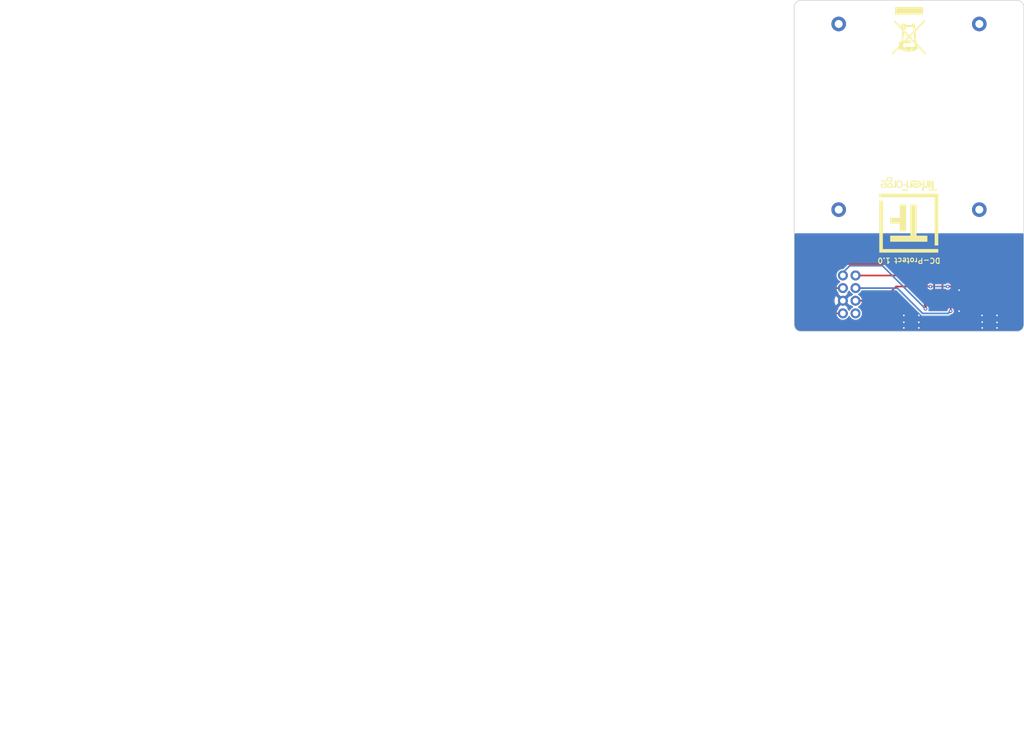
<source format=kicad_pcb>
(kicad_pcb (version 20221018) (generator pcbnew)
  (title_block (title "DC Protect") (date "2021-02-23") (rev "1.0") (company "Tinkerforge GmbH") (comment 1 "Licensed under CERN OHL v.1.1") (comment 2 "Copyright (©) 2020, T.Schneidermann <tim@tinkerforge.com>"))
  (layers (0 "F.Cu" signal) (31 "B.Cu" signal) (34 "B.Paste" user) (35 "F.Paste" user) (36 "B.SilkS" user "B.Silkscreen") (37 "F.SilkS" user "F.Silkscreen") (38 "B.Mask" user) (39 "F.Mask" user) (44 "Edge.Cuts" user))
  (net 0 "")
  (net 1 "Net-(P1-Pad4)")
  (net 2 "Net-(P1-Pad2)")
  (net 3 "Net-(P1-Pad6)")
  (net 4 "Net-(P1-Pad1)")
  (net 5 "Net-(P1-Pad3)")
  (net 6 "Net-(P1-Pad7)")
  (net 7 "Net-(U1-Pad8)")
  (net 8 "GND")
  (footprint "kicad-libraries:Logo_TF_10x12" (layer "F.Cu") (at 149.96 114.89 180)
    (fp_text reference "G***" hide)
    (fp_text value "LOGO" hide)
    (fp_poly (pts (xy -3.112655 5.306291) (xy -3.3528 5.306291) (xy -3.3528 4.234872) (xy -3.112655 4.234872) (xy -3.112655 5.306291)) (stroke (width 0.01)) (fill solid) (layer "F.SilkS"))
    (fp_poly (pts (xy 1.020618 3.9624) (xy 0.133927 3.9624) (xy 0.133927 3.81) (xy 1.020618 3.81) (xy 1.020618 3.9624)) (stroke (width 0.01)) (fill solid) (layer "F.SilkS"))
    (fp_poly (pts (xy -3.902364 2.807854) (xy 4.4196 2.807854) (xy 4.4196 3.338945) (xy -4.433455 3.338945) (xy -4.433455 -4.447309) (xy -3.902364 -4.447309) (xy -3.902364 2.807854)) (stroke (width 0.01)) (fill solid) (layer "F.SilkS"))
    (fp_poly (pts (xy 4.4196 2.272145) (xy 3.888509 2.272145) (xy 3.888509 -4.983019) (xy -4.433455 -4.983019) (xy -4.433455 -5.514109) (xy 4.4196 -5.514109) (xy 4.4196 2.272145)) (stroke (width 0.01)) (fill solid) (layer "F.SilkS"))
    (fp_poly (pts (xy 1.330036 -1.149928) (xy 2.784763 -1.149928) (xy 2.784763 -0.300211) (xy 1.332345 -0.297873) (xy 1.330015 1.704109) (xy 0.397163 1.704109) (xy 0.397163 -2.322946) (xy 1.330036 -2.322946) (xy 1.330036 -1.149928)) (stroke (width 0.01)) (fill solid) (layer "F.SilkS"))
    (fp_poly (pts (xy 2.784763 -2.974109) (xy -0.240146 -2.974109) (xy -0.240146 1.704109) (xy -1.173018 1.704109) (xy -1.173018 -2.974109) (xy -2.798618 -2.974109) (xy -2.798618 -3.879273) (xy 2.784763 -3.879273) (xy 2.784763 -2.974109)) (stroke (width 0.01)) (fill solid) (layer "F.SilkS"))
    (fp_poly (pts (xy 0.295563 4.548841) (xy 0.592282 4.550029) (xy 0.889 4.551218) (xy 0.890271 4.62392) (xy 0.891543 4.696623) (xy 0.594708 4.697811) (xy 0.297872 4.699) (xy 0.296685 5.002645) (xy 0.295497 5.306291) (xy 0.133927 5.306291) (xy 0.133927 4.202545) (xy 0.295563 4.202545) (xy 0.295563 4.548841)) (stroke (width 0.01)) (fill solid) (layer "F.SilkS"))
    (fp_poly (pts (xy -3.020291 4.054763) (xy -3.486552 4.054763) (xy -3.489068 4.065154) (xy -3.489364 4.070962) (xy -3.489632 4.085458) (xy -3.48987 4.108095) (xy -3.490076 4.138325) (xy -3.490251 4.1756) (xy -3.490393 4.219374) (xy -3.490501 4.269097) (xy -3.490573 4.324222) (xy -3.490609 4.384201) (xy -3.490608 4.448487) (xy -3.490568 4.516533) (xy -3.490489 4.587789) (xy -3.490368 4.661709) (xy -3.490311 4.690918) (xy -3.489037 5.306291) (xy -3.731458 5.306291) (xy -3.732629 4.681681) (xy -3.7338 4.057072) (xy -4.211782 4.05468) (xy -4.211782 3.819236) (xy -3.020291 3.819236) (xy -3.020291 4.054763)) (stroke (width 0.01)) (fill solid) (layer "F.SilkS"))
    (fp_poly (pts (xy -2.036618 4.144818) (xy -2.036648 4.201409) (xy -2.036732 4.255246) (xy -2.036866 4.305626) (xy -2.037047 4.351846) (xy -2.037269 4.393204) (xy -2.037528 4.428998) (xy -2.037819 4.458526) (xy -2.038139 4.481085) (xy -2.038481 4.495973) (xy -2.038843 4.502487) (xy -2.038928 4.502727) (xy -2.040743 4.4988) (xy -2.041265 4.492336) (xy -2.043002 4.479198) (xy -2.047708 4.459664) (xy -2.054702 4.435822) (xy -2.063305 4.409761) (xy -2.072835 4.383569) (xy -2.082614 4.359335) (xy -2.089652 4.3438) (xy -2.119636 4.29057) (xy -2.154611 4.244914) (xy -2.194968 4.206393) (xy -2.2411 4.174572) (xy -2.241564 4.174302) (xy -2.276451 4.154054) (xy -2.276607 3.970481) (xy -2.276764 3.786909) (xy -2.036618 3.786909) (xy -2.036618 4.144818)) (stroke (width 0.01)) (fill solid) (layer "F.SilkS"))
    (fp_poly (pts (xy 0.039051 4.216253) (xy 0.039762 4.228719) (xy 0.040286 4.248072) (xy 0.0406 4.27314) (xy 0.040685 4.30275) (xy 0.040519 4.335727) (xy 0.040482 4.339749) (xy 0.039254 4.467716) (xy 0.013854 4.473021) (xy -0.02398 4.481878) (xy -0.065604 4.493255) (xy -0.108777 4.506411) (xy -0.151257 4.520606) (xy -0.190803 4.535101) (xy -0.225173 4.549154) (xy -0.245918 4.558815) (xy -0.272473 4.572133) (xy -0.272473 5.306291) (xy -0.512618 5.306291) (xy -0.512618 4.234872) (xy -0.272749 4.234872) (xy -0.271456 4.292609) (xy -0.270164 4.350346) (xy -0.244099 4.331846) (xy -0.223052 4.318272) (xy -0.195658 4.302618) (xy -0.164217 4.286051) (xy -0.131026 4.269744) (xy -0.098383 4.254865) (xy -0.069273 4.242848) (xy -0.047665 4.235031) (xy -0.024315 4.227411) (xy -0.001523 4.22065) (xy 0.018417 4.215411) (xy 0.033207 4.212356) (xy 0.038173 4.21185) (xy 0.039051 4.216253)) (stroke (width 0.01)) (fill solid) (layer "F.SilkS"))
    (fp_poly (pts (xy 2.4384 4.376188) (xy 2.409536 4.382089) (xy 2.377172 4.390188) (xy 2.338862 4.402208) (xy 2.296596 4.417347) (xy 2.252367 4.434804) (xy 2.208166 4.453777) (xy 2.165985 4.473465) (xy 2.127816 4.493068) (xy 2.112818 4.501452) (xy 2.080491 4.520081) (xy 2.07931 4.913186) (xy 2.07813 5.306291) (xy 1.921163 5.306291) (xy 1.921163 4.230254) (xy 2.078182 4.230254) (xy 2.078182 4.301836) (xy 2.078277 4.326368) (xy 2.078542 4.347276) (xy 2.078941 4.362992) (xy 2.07944 4.371944) (xy 2.079758 4.373418) (xy 2.084022 4.371034) (xy 2.094261 4.364607) (xy 2.108771 4.35522) (xy 2.120167 4.347726) (xy 2.150325 4.329122) (xy 2.18543 4.309698) (xy 2.223804 4.290198) (xy 2.263768 4.271367) (xy 2.303643 4.253948) (xy 2.341749 4.238686) (xy 2.376408 4.226325) (xy 2.405941 4.21761) (xy 2.421082 4.214339) (xy 2.4384 4.211363) (xy 2.4384 4.376188)) (stroke (width 0.01)) (fill solid) (layer "F.SilkS"))
    (fp_poly (pts (xy -2.403779 4.216113) (xy -2.355871 4.225914) (xy -2.313434 4.241095) (xy -2.306782 4.244255) (xy -2.266917 4.267769) (xy -2.232937 4.296314) (xy -2.203865 4.330976) (xy -2.178724 4.372841) (xy -2.165397 4.401222) (xy -2.153362 4.434137) (xy -2.142298 4.474057) (xy -2.132682 4.518766) (xy -2.124992 4.566045) (xy -2.119713 4.613563) (xy -2.118957 4.627264) (xy -2.118239 4.649284) (xy -2.117571 4.678707) (xy -2.116963 4.714617) (xy -2.116427 4.756096) (xy -2.115974 4.802229) (xy -2.115615 4.852098) (xy -2.115361 4.904787) (xy -2.115223 4.959379) (xy -2.115201 4.986481) (xy -2.115128 5.306291) (xy -2.355273 5.306291) (xy -2.355273 4.986131) (xy -2.35531 4.918577) (xy -2.355441 4.85952) (xy -2.355696 4.808218) (xy -2.356106 4.763932) (xy -2.356702 4.725922) (xy -2.357514 4.693448) (xy -2.358573 4.665769) (xy -2.359909 4.642145) (xy -2.361552 4.621837) (xy -2.363533 4.604103) (xy -2.365883 4.588205) (xy -2.368632 4.573402) (xy -2.371811 4.558953) (xy -2.373108 4.553527) (xy -2.3858 4.518062) (xy -2.4051 4.486641) (xy -2.429806 4.460824) (xy -2.458716 4.442173) (xy -2.458914 4.442079) (xy -2.483172 4.433233) (xy -2.51023 4.428725) (xy -2.541326 4.428575) (xy -2.577691 4.432801) (xy -2.620563 4.441423) (xy -2.634827 4.444858) (xy -2.660849 4.451605) (xy -2.68629 4.458702) (xy -2.70851 4.465378) (xy -2.724866 4.470866) (xy -2.727037 4.471689) (xy -2.754746 4.482499) (xy -2.755925 4.894395) (xy -2.757105 5.306291) (xy -2.9972 5.306291) (xy -2.9972 4.234872) (xy -2.757055 4.234872) (xy -2.757055 4.259503) (xy -2.756588 4.273786) (xy -2.755389 4.283922) (xy -2.75436 4.286828) (xy -2.749045 4.286498) (xy -2.739356 4.282251) (xy -2.737041 4.280945) (xy -2.721402 4.273163) (xy -2.699031 4.263856) (xy -2.672146 4.253785) (xy -2.642963 4.243714) (xy -2.613699 4.234404) (xy -2.586572 4.226618) (xy -2.563798 4.221116) (xy -2.561773 4.220706) (xy -2.508586 4.213338) (xy -2.455303 4.211864) (xy -2.403779 4.216113)) (stroke (width 0.01)) (fill solid) (layer "F.SilkS"))
    (fp_poly (pts (xy -1.451468 4.235682) (xy -1.430269 4.235878) (xy -1.415698 4.236205) (xy -1.4089 4.236658) (xy -1.408546 4.236805) (xy -1.41099 4.242093) (xy -1.418142 4.254704) (xy -1.42973 4.274181) (xy -1.445485 4.300067) (xy -1.460189 4.323925) (xy -1.469953 4.339911) (xy -1.477536 4.352729) (xy -1.481848 4.360513) (xy -1.482437 4.361936) (xy -1.484734 4.366596) (xy -1.490725 4.376709) (xy -1.498226 4.388684) (xy -1.50837 4.40485) (xy -1.517911 4.420556) (xy -1.522943 4.429183) (xy -1.530459 4.44216) (xy -1.541768 4.461251) (xy -1.555818 4.484708) (xy -1.571561 4.510779) (xy -1.587947 4.537714) (xy -1.59338 4.5466) (xy -1.613979 4.580455) (xy -1.633764 4.613386) (xy -1.652175 4.644424) (xy -1.668653 4.672603) (xy -1.682636 4.696956) (xy -1.693567 4.716515) (xy -1.700885 4.730315) (xy -1.70403 4.737389) (xy -1.704109 4.737877) (xy -1.701943 4.743826) (xy -1.695949 4.756319) (xy -1.686882 4.773882) (xy -1.675499 4.795039) (xy -1.666321 4.811618) (xy -1.638049 4.862211) (xy -1.614108 4.905271) (xy -1.594235 4.941277) (xy -1.578164 4.970707) (xy -1.567811 4.989945) (xy -1.556772 5.010436) (xy -1.54186 5.037814) (xy -1.523718 5.070908) (xy -1.502991 5.10855) (xy -1.480324 5.14957) (xy -1.456362 5.192798) (xy -1.431749 5.237066) (xy -1.415042 5.267036) (xy -1.406403 5.282598) (xy -1.39959 5.295026) (xy -1.395798 5.302133) (xy -1.395461 5.302827) (xy -1.399489 5.303703) (xy -1.411628 5.304497) (xy -1.430756 5.305181) (xy -1.455747 5.305726) (xy -1.485479 5.306102) (xy -1.518825 5.30628) (xy -1.529432 5.306291) (xy -1.56858 5.306253) (xy -1.599503 5.3061) (xy -1.623215 5.305776) (xy -1.640726 5.30522) (xy -1.653048 5.304375) (xy -1.661194 5.303184) (xy -1.666174 5.301586) (xy -1.669003 5.299526) (xy -1.669985 5.298209) (xy -1.674604 5.290491) (xy -1.683377 5.275521) (xy -1.695864 5.25406) (xy -1.711627 5.226869) (xy -1.730225 5.19471) (xy -1.751219 5.158344) (xy -1.774171 5.118532) (xy -1.798639 5.076035) (xy -1.824186 5.031614) (xy -1.850371 4.98603) (xy -1.875732 4.94183) (xy -1.888989 4.918782) (xy -1.900649 4.898643) (xy -1.909945 4.882729) (xy -1.916107 4.872357) (xy -1.918329 4.868859) (xy -1.92323 4.868895) (xy -1.934893 4.870253) (xy -1.950999 4.872561) (xy -1.96923 4.875451) (xy -1.987266 4.878551) (xy -2.00279 4.881491) (xy -2.013483 4.883903) (xy -2.014682 4.884242) (xy -2.017176 4.884459) (xy -2.019098 4.882746) (xy -2.020522 4.878069) (xy -2.021523 4.869396) (xy -2.022174 4.855694) (xy -2.022548 4.83593) (xy -2.02272 4.809071) (xy -2.022764 4.774085) (xy -2.022764 4.771165) (xy -2.02263 4.739456) (xy -2.022255 4.710902) (xy -2.021675 4.686771) (xy -2.020928 4.66833) (xy -2.020051 4.656846) (xy -2.019283 4.653521) (xy -2.013473 4.652024) (xy -2.000658 4.649739) (xy -1.982998 4.64703) (xy -1.970619 4.645306) (xy -1.925436 4.639242) (xy -1.885671 4.574448) (xy -1.870185 4.549282) (xy -1.854395 4.523735) (xy -1.839796 4.500222) (xy -1.827885 4.481156) (xy -1.82402 4.475018) (xy -1.813334 4.457947) (xy -1.7995 4.43562) (xy -1.784151 4.410681) (xy -1.768919 4.385776) (xy -1.765822 4.380688) (xy -1.750316 4.355216) (xy -1.733878 4.328239) (xy -1.718324 4.302738) (xy -1.705473 4.281698) (xy -1.703878 4.279088) (xy -1.678246 4.237181) (xy -1.543396 4.235957) (xy -1.509176 4.235714) (xy -1.478151 4.235625) (xy -1.451468 4.235682)) (stroke (width 0.01)) (fill solid) (layer "F.SilkS"))
    (fp_poly (pts (xy 1.469163 4.214863) (xy 1.532286 4.224051) (xy 1.588966 4.239558) (xy 1.639494 4.261541) (xy 1.684157 4.290158) (xy 1.723245 4.325568) (xy 1.757047 4.367929) (xy 1.785851 4.417399) (xy 1.789738 4.425399) (xy 1.809552 4.475114) (xy 1.825551 4.531862) (xy 1.837672 4.594236) (xy 1.845855 4.660831) (xy 1.850036 4.730239) (xy 1.850153 4.801055) (xy 1.846146 4.871872) (xy 1.83795 4.941283) (xy 1.825505 5.007882) (xy 1.816975 5.042258) (xy 1.796906 5.101603) (xy 1.770861 5.15399) (xy 1.738793 5.199453) (xy 1.700654 5.238023) (xy 1.656396 5.269732) (xy 1.605972 5.294614) (xy 1.549335 5.312701) (xy 1.486437 5.324025) (xy 1.417231 5.328618) (xy 1.397 5.328704) (xy 1.371299 5.32822) (xy 1.346083 5.327272) (xy 1.3243 5.325998) (xy 1.309254 5.324583) (xy 1.249724 5.313704) (xy 1.196064 5.297282) (xy 1.14814 5.275089) (xy 1.105814 5.246897) (xy 1.068949 5.212476) (xy 1.03741 5.1716) (xy 1.011059 5.12404) (xy 0.98976 5.069567) (xy 0.973376 5.007954) (xy 0.961772 4.938971) (xy 0.954809 4.862392) (xy 0.952352 4.777988) (xy 0.952407 4.772564) (xy 1.114978 4.772564) (xy 1.115531 4.815509) (xy 1.116874 4.856409) (xy 1.119008 4.893391) (xy 1.121932 4.924578) (xy 1.123969 4.939145) (xy 1.136109 4.996401) (xy 1.152506 5.045638) (xy 1.173392 5.087152) (xy 1.198998 5.121235) (xy 1.229555 5.148184) (xy 1.265292 5.16829) (xy 1.306443 5.18185) (xy 1.316182 5.183971) (xy 1.341568 5.187526) (xy 1.372511 5.189572) (xy 1.405895 5.190109) (xy 1.438603 5.189136) (xy 1.46752 5.186654) (xy 1.483982 5.183988) (xy 1.522083 5.173216) (xy 1.554555 5.157644) (xy 1.584408 5.135742) (xy 1.591585 5.129312) (xy 1.61616 5.102461) (xy 1.636333 5.071024) (xy 1.652738 5.033715) (xy 1.66601 4.989246) (xy 1.670584 4.969163) (xy 1.674118 4.951972) (xy 1.676899 4.936786) (xy 1.679019 4.92216) (xy 1.680572 4.906649) (xy 1.681649 4.888808) (xy 1.682345 4.867192) (xy 1.682751 4.840356) (xy 1.682961 4.806855) (xy 1.683048 4.7752) (xy 1.683051 4.733796) (xy 1.682833 4.700325) (xy 1.682333 4.673482) (xy 1.681491 4.651964) (xy 1.680249 4.634468) (xy 1.678545 4.619691) (xy 1.676321 4.606329) (xy 1.674981 4.599709) (xy 1.662858 4.55015) (xy 1.649008 4.508438) (xy 1.632815 4.473249) (xy 1.613666 4.44326) (xy 1.590943 4.417149) (xy 1.58934 4.415566) (xy 1.557959 4.39005) (xy 1.522354 4.371132) (xy 1.481759 4.358578) (xy 1.435407 4.352151) (xy 1.382532 4.351617) (xy 1.381413 4.351664) (xy 1.329367 4.356722) (xy 1.28401 4.367358) (xy 1.244916 4.383973) (xy 1.211656 4.406968) (xy 1.183805 4.436743) (xy 1.160933 4.473697) (xy 1.142615 4.518232) (xy 1.128423 4.570748) (xy 1.124041 4.592781) (xy 1.120652 4.617831) (xy 1.118051 4.650208) (xy 1.116238 4.688039) (xy 1.115213 4.729449) (xy 1.114978 4.772564) (xy 0.952407 4.772564) (xy 0.952852 4.729018) (xy 0.953903 4.694187) (xy 0.955416 4.660142) (xy 0.95727 4.628861) (xy 0.959342 4.602322) (xy 0.961512 4.582504) (xy 0.962103 4.578537) (xy 0.976458 4.509884) (xy 0.996136 4.448712) (xy 1.021296 4.394885) (xy 1.052099 4.348271) (xy 1.088704 4.308736) (xy 1.13127 4.276145) (xy 1.179958 4.250365) (xy 1.234926 4.231262) (xy 1.296334 4.218702) (xy 1.364343 4.212551) (xy 1.399309 4.211836) (xy 1.469163 4.214863)) (stroke (width 0.01)) (fill solid) (layer "F.SilkS"))
    (fp_poly (pts (xy 3.815993 4.212061) (xy 3.862811 4.215306) (xy 3.905976 4.22178) (xy 3.941618 4.231008) (xy 3.994968 4.252811) (xy 4.042105 4.280671) (xy 4.083169 4.314802) (xy 4.118301 4.355414) (xy 4.147642 4.402721) (xy 4.171333 4.456934) (xy 4.189514 4.518267) (xy 4.202326 4.586931) (xy 4.207526 4.632077) (xy 4.210174 4.667881) (xy 4.210903 4.699563) (xy 4.209728 4.732037) (xy 4.207874 4.756768) (xy 4.205893 4.780397) (xy 4.204246 4.801173) (xy 4.203081 4.817123) (xy 4.202549 4.82627) (xy 4.202532 4.827154) (xy 4.202138 4.828667) (xy 4.200545 4.829978) (xy 4.19714 4.831104) (xy 4.191312 4.832056) (xy 4.182449 4.832851) (xy 4.169939 4.833501) (xy 4.153172 4.834023) (xy 4.131536 4.834428) (xy 4.104418 4.834733) (xy 4.071208 4.83495) (xy 4.031293 4.835095) (xy 3.984063 4.835181) (xy 3.928905 4.835224) (xy 3.865209 4.835236) (xy 3.508557 4.835236) (xy 3.511781 4.883353) (xy 3.518922 4.946756) (xy 3.531353 5.002605) (xy 3.549085 5.050926) (xy 3.572128 5.091744) (xy 3.600495 5.125085) (xy 3.627754 5.146876) (xy 3.647334 5.158978) (xy 3.666758 5.168792) (xy 3.687164 5.176481) (xy 3.709694 5.18221) (xy 3.735485 5.186142) (xy 3.765678 5.188441) (xy 3.801414 5.18927) (xy 3.84383 5.188794) (xy 3.894068 5.187176) (xy 3.905113 5.186731) (xy 3.942751 5.185078) (xy 3.981583 5.183196) (xy 4.019367 5.181207) (xy 4.053861 5.179231) (xy 4.082822 5.177391) (xy 4.097595 5.176326) (xy 4.121655 5.174592) (xy 4.142249 5.17335) (xy 4.15772 5.172679) (xy 4.166408 5.172662) (xy 4.167671 5.172895) (xy 4.168443 5.177945) (xy 4.169243 5.190444) (xy 4.169985 5.208607) (xy 4.170581 5.230647) (xy 4.170663 5.234743) (xy 4.17181 5.294745) (xy 4.132914 5.300381) (xy 4.088059 5.306346) (xy 4.040189 5.311756) (xy 3.990583 5.316539) (xy 3.94052 5.320623) (xy 3.891282 5.323936) (xy 3.844146 5.326407) (xy 3.800394 5.327963) (xy 3.761305 5.328532) (xy 3.728159 5.328043) (xy 3.702235 5.326423) (xy 3.692236 5.325143) (xy 3.632833 5.311991) (xy 3.57935 5.292721) (xy 3.531696 5.267179) (xy 3.489779 5.235208) (xy 3.453507 5.196652) (xy 3.42279 5.151355) (xy 3.397535 5.099162) (xy 3.377652 5.039916) (xy 3.36305 4.973462) (xy 3.353636 4.899643) (xy 3.349319 4.818304) (xy 3.349659 4.740563) (xy 3.351041 4.710545) (xy 3.504634 4.710545) (xy 4.055186 4.710545) (xy 4.052232 4.663209) (xy 4.045639 4.5979) (xy 4.03442 4.5405) (xy 4.018441 4.490847) (xy 3.997568 4.448779) (xy 3.971668 4.414133) (xy 3.940605 4.386747) (xy 3.904245 4.36646) (xy 3.862455 4.353109) (xy 3.815101 4.346533) (xy 3.789402 4.345734) (xy 3.762584 4.346237) (xy 3.740792 4.348144) (xy 3.720532 4.352106) (xy 3.69831 4.358773) (xy 3.675725 4.36688) (xy 3.637429 4.386028) (xy 3.603666 4.412945) (xy 3.574683 4.447218) (xy 3.55073 4.488434) (xy 3.532052 4.536179) (xy 3.5189 4.59004) (xy 3.512369 4.638963) (xy 3.510501 4.658861) (xy 3.508515 4.67821) (xy 3.507068 4.690918) (xy 3.504634 4.710545) (xy 3.351041 4.710545) (xy 3.35241 4.680848) (xy 3.357281 4.628371) (xy 3.364547 4.581321) (xy 3.374481 4.537884) (xy 3.385918 4.500418) (xy 3.41034 4.439425) (xy 3.43947 4.386195) (xy 3.473679 4.340337) (xy 3.51334 4.301459) (xy 3.558826 4.269167) (xy 3.610508 4.243069) (xy 3.641436 4.231308) (xy 3.678243 4.221667) (xy 3.721246 4.215243) (xy 3.767984 4.212041) (xy 3.815993 4.212061)) (stroke (width 0.01)) (fill solid) (layer "F.SilkS"))
    (fp_poly (pts (xy -0.993558 4.213079) (xy -0.950311 4.215173) (xy -0.914074 4.218524) (xy -0.882652 4.223641) (xy -0.853847 4.231034) (xy -0.825465 4.241208) (xy -0.79531 4.254675) (xy -0.778944 4.262769) (xy -0.733314 4.290983) (xy -0.69315 4.326537) (xy -0.658552 4.369252) (xy -0.629623 4.418949) (xy -0.606464 4.475449) (xy -0.589176 4.538572) (xy -0.57786 4.608139) (xy -0.576602 4.619947) (xy -0.574515 4.643445) (xy -0.573401 4.664002) (xy -0.573297 4.684133) (xy -0.574244 4.706356) (xy -0.576278 4.733186) (xy -0.578751 4.760034) (xy -0.581321 4.787492) (xy -0.583533 4.812536) (xy -0.585241 4.833395) (xy -0.586299 4.848299) (xy -0.586579 4.854863) (xy -0.586509 4.867563) (xy -1.229762 4.867563) (xy -1.226695 4.907972) (xy -1.222049 4.948007) (xy -1.214519 4.980902) (xy -1.20365 5.008427) (xy -1.198517 5.017902) (xy -1.17558 5.050741) (xy -1.148952 5.076247) (xy -1.116946 5.09575) (xy -1.082995 5.109002) (xy -1.071618 5.112395) (xy -1.060813 5.11493) (xy -1.049033 5.116714) (xy -1.034727 5.117859) (xy -1.016346 5.118472) (xy -0.99234 5.118663) (xy -0.96116 5.118542) (xy -0.949037 5.118453) (xy -0.910961 5.117798) (xy -0.868227 5.116479) (xy -0.82444 5.114643) (xy -0.783206 5.112438) (xy -0.752764 5.110379) (xy -0.722383 5.108136) (xy -0.693535 5.106173) (xy -0.668084 5.104604) (xy -0.647893 5.103543) (xy -0.634825 5.103104) (xy -0.633846 5.103098) (xy -0.6096 5.103091) (xy -0.6096 5.193145) (xy -0.609646 5.224101) (xy -0.609859 5.247022) (xy -0.610359 5.263111) (xy -0.611262 5.273569) (xy -0.612686 5.279599) (xy -0.614748 5.282402) (xy -0.617564 5.283181) (xy -0.61839 5.2832) (xy -0.626523 5.284095) (xy -0.641259 5.286505) (xy -0.660171 5.290012) (xy -0.672654 5.292499) (xy -0.735191 5.304492) (xy -0.792084 5.313556) (xy -0.846326 5.320029) (xy -0.900915 5.324246) (xy -0.958843 5.326544) (xy -0.979055 5.326936) (xy -1.010777 5.327322) (xy -1.040258 5.327506) (xy -1.065958 5.32749) (xy -1.086335 5.327281) (xy -1.099849 5.326881) (xy -1.103746 5.326589) (xy -1.136074 5.320994) (xy -1.171532 5.312153) (xy -1.207437 5.300951) (xy -1.241106 5.288276) (xy -1.269854 5.275013) (xy -1.283505 5.267217) (xy -1.327806 5.233773) (xy -1.366054 5.19341) (xy -1.398268 5.1461) (xy -1.424465 5.091814) (xy -1.444663 5.030526) (xy -1.452686 4.996434) (xy -1.462628 4.936534) (xy -1.469134 4.871105) (xy -1.472021 4.803263) (xy -1.471106 4.736123) (xy -1.469552 4.708997) (xy -1.465533 4.671067) (xy -1.233055 4.671067) (xy -1.233055 4.687547) (xy -0.810491 4.685145) (xy -0.812159 4.643581) (xy -0.815329 4.608512) (xy -0.821678 4.572987) (xy -0.830558 4.539494) (xy -0.841323 4.51052) (xy -0.85192 4.49062) (xy -0.877628 4.459865) (xy -0.909507 4.43547) (xy -0.932878 4.423599) (xy -0.944871 4.419067) (xy -0.956721 4.416008) (xy -0.970685 4.41414) (xy -0.989019 4.413177) (xy -1.013982 4.412837) (xy -1.018549 4.412822) (xy -1.078825 4.412672) (xy -1.114075 4.430094) (xy -1.148158 4.451076) (xy -1.175512 4.477485) (xy -1.197551 4.510733) (xy -1.200578 4.516581) (xy -1.210014 4.539946) (xy -1.218604 4.569539) (xy -1.225718 4.602356) (xy -1.230722 4.635393) (xy -1.232986 4.665644) (xy -1.233055 4.671067) (xy -1.465533 4.671067) (xy -1.461254 4.630693) (xy -1.447981 4.559857) (xy -1.42957 4.496075) (xy -1.405859 4.438931) (xy -1.376683 4.38801) (xy -1.34188 4.342896) (xy -1.315014 4.315414) (xy -1.274363 4.282053) (xy -1.231007 4.255573) (xy -1.184029 4.235681) (xy -1.132515 4.222088) (xy -1.075549 4.214501) (xy -1.012217 4.21263) (xy -0.993558 4.213079)) (stroke (width 0.01)) (fill solid) (layer "F.SilkS"))
    (fp_poly (pts (xy 2.875744 4.214741) (xy 2.901713 4.215197) (xy 2.922347 4.216147) (xy 2.939596 4.217748) (xy 2.95541 4.220156) (xy 2.971738 4.223526) (xy 2.981036 4.2257) (xy 2.99557 4.229064) (xy 3.008627 4.231654) (xy 3.021677 4.233556) (xy 3.036193 4.234858) (xy 3.053647 4.235647) (xy 3.075512 4.236012) (xy 3.103259 4.236039) (xy 3.138361 4.235816) (xy 3.1496 4.235722) (xy 3.185253 4.235323) (xy 3.220504 4.234764) (xy 3.253487 4.234085) (xy 3.282334 4.23333) (xy 3.305177 4.232539) (xy 3.317009 4.231962) (xy 3.362036 4.229258) (xy 3.362036 4.364181) (xy 3.265054 4.364181) (xy 3.236252 4.364288) (xy 3.210851 4.364587) (xy 3.190201 4.365046) (xy 3.175652 4.36563) (xy 3.168551 4.366308) (xy 3.168072 4.366543) (xy 3.170487 4.371251) (xy 3.176836 4.381397) (xy 3.185773 4.394835) (xy 3.186302 4.39561) (xy 3.206973 4.43038) (xy 3.221865 4.466432) (xy 3.231496 4.505694) (xy 3.236388 4.550096) (xy 3.237273 4.584457) (xy 3.234105 4.643863) (xy 3.224608 4.697477) (xy 3.208544 4.746451) (xy 3.199758 4.765963) (xy 3.177334 4.803259) (xy 3.148586 4.837661) (xy 3.115513 4.867149) (xy 3.080111 4.8897) (xy 3.075187 4.892139) (xy 3.020884 4.91355) (xy 2.960962 4.928915) (xy 2.897016 4.937959) (xy 2.830635 4.940409) (xy 2.800927 4.939319) (xy 2.779611 4.937911) (xy 2.761308 4.936442) (xy 2.748237 4.935106) (xy 2.743054 4.934267) (xy 2.739531 4.934095) (xy 2.736151 4.93654) (xy 2.732355 4.942786) (xy 2.727586 4.954016) (xy 2.721285 4.971414) (xy 2.712893 4.996163) (xy 2.710595 5.003061) (xy 2.700496 5.041199) (xy 2.697193 5.074202) (xy 2.700716 5.101626) (xy 2.703559 5.109807) (xy 2.708645 5.119733) (xy 2.715444 5.128076) (xy 2.724778 5.135005) (xy 2.737466 5.140688) (xy 2.754328 5.145295) (xy 2.776185 5.148994) (xy 2.803857 5.151954) (xy 2.838164 5.154345) (xy 2.879925 5.156334) (xy 2.929961 5.158092) (xy 2.939472 5.158383) (xy 2.987998 5.159996) (xy 3.028609 5.161735) (xy 3.062628 5.16374) (xy 3.091378 5.16615) (xy 3.11618 5.169105) (xy 3.138357 5.172744) (xy 3.159232 5.177205) (xy 3.180126 5.182629) (xy 3.186304 5.18438) (xy 3.231131 5.201463) (xy 3.269291 5.224924) (xy 3.300686 5.254655) (xy 3.325219 5.29055) (xy 3.342791 5.332502) (xy 3.350566 5.363655) (xy 3.354092 5.38929) (xy 3.356275 5.420438) (xy 3.35711 5.454262) (xy 3.356594 5.487924) (xy 3.354722 5.518589) (xy 3.35149 5.543419) (xy 3.350832 5.546728) (xy 3.335413 5.598713) (xy 3.312364 5.645613) (xy 3.281843 5.687306) (xy 3.244009 5.72367) (xy 3.19902 5.754584) (xy 3.147036 5.779926) (xy 3.088215 5.799574) (xy 3.022717 5.813407) (xy 2.998403 5.816833) (xy 2.958766 5.820425) (xy 2.913173 5.822366) (xy 2.864756 5.822662) (xy 2.816645 5.821314) (xy 2.771972 5.818326) (xy 2.754745 5.816556) (xy 2.690253 5.805848) (xy 2.632784 5.789534) (xy 2.582436 5.767683) (xy 2.539306 5.74036) (xy 2.503492 5.707632) (xy 2.475092 5.669566) (xy 2.454202 5.62623) (xy 2.447415 5.605512) (xy 2.441088 5.576712) (xy 2.436797 5.54349) (xy 2.434659 5.508714) (xy 2.434793 5.475255) (xy 2.435605 5.465836) (xy 2.59186 5.465836) (xy 2.592502 5.50229) (xy 2.597135 5.530272) (xy 2.608178 5.565974) (xy 2.624949 5.59637) (xy 2.647948 5.621823) (xy 2.677675 5.642692) (xy 2.714631 5.659338) (xy 2.759315 5.672121) (xy 2.805545 5.680479) (xy 2.82374 5.682096) (xy 2.848418 5.682938) (xy 2.877226 5.683061) (xy 2.90781 5.682524) (xy 2.937816 5.681383) (xy 2.96489 5.679697) (xy 2.986677 5.677522) (xy 2.9972 5.675808) (xy 3.049526 5.661636) (xy 3.093877 5.642892) (xy 3.130338 5.619512) (xy 3.158993 5.591433) (xy 3.179929 5.558591) (xy 3.190046 5.532701) (xy 3.194224 5.512466) (xy 3.196748 5.486687) (xy 3.197568 5.45864) (xy 3.196634 5.431605) (xy 3.193896 5.408859) (xy 3.192061 5.400892) (xy 3.180271 5.372702) (xy 3.162723 5.347829) (xy 3.141372 5.328933) (xy 3.13727 5.326369) (xy 3.123471 5.31884) (xy 3.109468 5.312631) (xy 3.094154 5.307582) (xy 3.076421 5.303529) (xy 3.05516 5.300309) (xy 3.029264 5.29776) (xy 2.997625 5.295721) (xy 2.959134 5.294028) (xy 2.912683 5.292519) (xy 2.904836 5.292295) (xy 2.867876 5.291189) (xy 2.832853 5.290018) (xy 2.801118 5.288836) (xy 2.77402 5.287698) (xy 2.752909 5.286659) (xy 2.739136 5.285774) (xy 2.735957 5.285471) (xy 2.71255 5.282745) (xy 2.670559 5.322273) (xy 2.646207 5.346249) (xy 2.62813 5.366893) (xy 2.615017 5.386144) (xy 2.605559 5.40594) (xy 2.598445 5.428221) (xy 2.598108 5.429511) (xy 2.59186 5.465836) (xy 2.435605 5.465836) (xy 2.437319 5.445984) (xy 2.440193 5.430981) (xy 2.453603 5.391216) (xy 2.473493 5.353453) (xy 2.500553 5.316726) (xy 2.535472 5.280068) (xy 2.568641 5.250872) (xy 2.605004 5.220854) (xy 2.594081 5.211618) (xy 2.576472 5.191649) (xy 2.561831 5.165127) (xy 2.551134 5.134514) (xy 2.545357 5.102275) (xy 2.544618 5.086701) (xy 2.545422 5.070594) (xy 2.548314 5.054835) (xy 2.554011 5.036598) (xy 2.563233 5.013058) (xy 2.563498 5.012418) (xy 2.573821 4.988653) (xy 2.585486 4.96358) (xy 2.596584 4.94124) (xy 2.600925 4.933085) (xy 2.609207 4.91752) (xy 2.615161 4.905381) (xy 2.617845 4.898631) (xy 2.617836 4.897903) (xy 2.613 4.894934) (xy 2.604252 4.890109) (xy 2.570634 4.867478) (xy 2.539033 4.837206) (xy 2.510583 4.800847) (xy 2.486421 4.759954) (xy 2.467683 4.716082) (xy 2.460822 4.693955) (xy 2.455725 4.668256) (xy 2.4522 4.636251) (xy 2.450278 4.600583) (xy 2.4502 4.590508) (xy 2.607811 4.590508) (xy 2.60972 4.623468) (xy 2.613858 4.651988) (xy 2.615555 4.659259) (xy 2.630559 4.700969) (xy 2.65196 4.736055) (xy 2.679644 4.764443) (xy 2.713496 4.786063) (xy 2.753403 4.80084) (xy 2.799251 4.808703) (xy 2.850926 4.809578) (xy 2.851459 4.809552) (xy 2.876101 4.807325) (xy 2.902812 4.803352) (xy 2.926261 4.798442) (xy 2.928625 4.797823) (xy 2.969842 4.783056) (xy 3.004047 4.762704) (xy 3.031537 4.736403) (xy 3.052609 4.703792) (xy 3.067559 4.664509) (xy 3.076684 4.618192) (xy 3.07683 4.617027) (xy 3.079291 4.573266) (xy 3.076215 4.530159) (xy 3.067994 4.489613) (xy 3.055017 4.453534) (xy 3.037677 4.423828) (xy 3.037015 4.422952) (xy 3.009926 4.394939) (xy 2.976203 4.372784) (xy 2.936531 4.356712) (xy 2.891594 4.346945) (xy 2.842076 4.343708) (xy 2.800794 4.34585) (xy 2.75554 4.354437) (xy 2.715346 4.37043) (xy 2.680702 4.393425) (xy 2.652099 4.42302) (xy 2.630026 4.458811) (xy 2.61547 4.498493) (xy 2.610683 4.52467) (xy 2.608131 4.556458) (xy 2.607811 4.590508) (xy 2.4502 4.590508) (xy 2.449991 4.563893) (xy 2.451371 4.528823) (xy 2.454448 4.498018) (xy 2.458251 4.477824) (xy 2.476227 4.424272) (xy 2.501695 4.375471) (xy 2.534123 4.332078) (xy 2.572979 4.294752) (xy 2.617732 4.264151) (xy 2.640289 4.25245) (xy 2.667464 4.240219) (xy 2.691712 4.230886) (xy 2.715031 4.224078) (xy 2.739418 4.219422) (xy 2.766869 4.216544) (xy 2.799381 4.21507) (xy 2.838951 4.214626) (xy 2.842491 4.214624) (xy 2.875744 4.214741)) (stroke (width 0.01)) (fill solid) (layer "F.SilkS"))
  )
  (footprint "kicad-libraries:WEEE_7mm" (layer "F.Cu") (at 150 87.1 180)
    (fp_text reference "VAL" hide)
    (fp_text value "WEEE_7mm" hide)
    (fp_poly (pts (xy 2.032 3.527778) (xy -0.014111 3.527778) (xy -2.060222 3.527778) (xy -2.060222 3.019778) (xy -2.060222 2.511778) (xy -0.014111 2.511778) (xy 2.032 2.511778) (xy 2.032 3.019778) (xy 2.032 3.527778)) (stroke (width 0.1)) (fill solid) (layer "F.SilkS"))
    (fp_poly (pts (xy 2.482863 -3.409859) (xy 2.480804 -3.376179) (xy 2.471206 -3.341837) (xy 2.44964 -3.301407) (xy 2.411675 -3.249463) (xy 2.352883 -3.180577) (xy 2.268835 -3.089322) (xy 2.155101 -2.970274) (xy 2.007251 -2.818004) (xy 1.961444 -2.771041) (xy 1.439333 -2.23603) (xy 1.439333 -1.978793) (xy 1.439333 -1.721555) (xy 1.298222 -1.721555) (xy 1.298222 -1.994947) (xy 1.298222 -2.099005) (xy 1.213555 -2.017889) (xy 1.160676 -1.962169) (xy 1.131131 -1.921219) (xy 1.128889 -1.913831) (xy 1.153434 -1.897717) (xy 1.212566 -1.89089) (xy 1.213555 -1.890889) (xy 1.269418 -1.895963) (xy 1.29309 -1.922356) (xy 1.298206 -1.986828) (xy 1.298222 -1.994947) (xy 1.298222 -1.721555) (xy 1.28539 -1.721555) (xy 1.241376 -1.723224) (xy 1.205837 -1.724651) (xy 1.177386 -1.720468) (xy 1.154636 -1.705309) (xy 1.136199 -1.673804) (xy 1.120687 -1.620585) (xy 1.106713 -1.540286) (xy 1.092889 -1.427539) (xy 1.077827 -1.276974) (xy 1.060141 -1.083225) (xy 1.038443 -0.840924) (xy 1.028031 -0.725936) (xy 1.016 -0.593851) (xy 1.016 -2.342444) (xy 1.016 -2.427111) (xy 0.964919 -2.427111) (xy 0.964919 -2.654131) (xy 0.96044 -2.665934) (xy 0.910629 -2.701752) (xy 0.825292 -2.742703) (xy 0.723934 -2.781372) (xy 0.626061 -2.810345) (xy 0.551179 -2.822208) (xy 0.549274 -2.822222) (xy 0.494484 -2.808563) (xy 0.479778 -2.765778) (xy 0.476666 -2.742735) (xy 0.461334 -2.726991) (xy 0.424786 -2.717163) (xy 0.358027 -2.711867) (xy 0.252063 -2.709719) (xy 0.239909 -2.709686) (xy 0.239909 -2.892647) (xy 0.233665 -2.897338) (xy 0.218722 -2.899226) (xy 0.112749 -2.903792) (xy 0.007055 -2.899226) (xy -0.017767 -2.894178) (xy 0.007962 -2.890336) (xy 0.078354 -2.888317) (xy 0.112889 -2.888155) (xy 0.197687 -2.889381) (xy 0.239909 -2.892647) (xy 0.239909 -2.709686) (xy 0.112889 -2.709333) (xy -0.254 -2.709333) (xy -0.254 -2.782537) (xy -0.256796 -2.824575) (xy -0.274517 -2.843911) (xy -0.321168 -2.845575) (xy -0.402167 -2.835755) (xy -0.502773 -2.820747) (xy -0.559752 -2.80431) (xy -0.585498 -2.778111) (xy -0.592403 -2.733815) (xy -0.592667 -2.707668) (xy -0.592667 -2.624667) (xy 0.201011 -2.624667) (xy 0.434757 -2.624964) (xy 0.617649 -2.62606) (xy 0.755277 -2.628256) (xy 0.853229 -2.631858) (xy 0.917094 -2.637169) (xy 0.952461 -2.644492) (xy 0.964919 -2.654131) (xy 0.964919 -2.427111) (xy 0.026103 -2.427111) (xy -0.874889 -2.427111) (xy -0.874889 -2.652889) (xy -0.884518 -2.680377) (xy -0.887335 -2.681111) (xy -0.91143 -2.661335) (xy -0.917222 -2.652889) (xy -0.914985 -2.626883) (xy -0.904777 -2.624667) (xy -0.876038 -2.645153) (xy -0.874889 -2.652889) (xy -0.874889 -2.427111) (xy -0.963793 -2.427111) (xy -0.943537 -2.166055) (xy -0.938094 -2.087369) (xy -0.932714 -2.024235) (xy -0.92321 -1.970393) (xy -0.905395 -1.919583) (xy -0.875081 -1.865545) (xy -0.828081 -1.802019) (xy -0.760208 -1.722746) (xy -0.667273 -1.621464) (xy -0.54509 -1.491915) (xy -0.389471 -1.327837) (xy -0.366889 -1.303985) (xy -0.042333 -0.961041) (xy 0.205281 -1.207243) (xy 0.452896 -1.453444) (xy 0.099448 -1.461343) (xy -0.254 -1.469242) (xy -0.254 -1.623621) (xy -0.254 -1.778) (xy 0.183444 -1.778) (xy 0.620889 -1.778) (xy 0.620889 -1.701353) (xy 0.622969 -1.664993) (xy 0.634687 -1.65375) (xy 0.664256 -1.671682) (xy 0.719893 -1.722845) (xy 0.776111 -1.778) (xy 0.854414 -1.857186) (xy 0.900636 -1.914327) (xy 0.92323 -1.966659) (xy 0.930646 -2.031417) (xy 0.931333 -2.094536) (xy 0.934803 -2.190842) (xy 0.947055 -2.241675) (xy 0.97085 -2.257681) (xy 0.973667 -2.257778) (xy 1.007275 -2.28302) (xy 1.016 -2.342444) (xy 1.016 -0.593851) (xy 0.954054 0.086239) (xy 1.34486 0.498024) (xy 1.555216 0.719617) (xy 1.729916 0.903769) (xy 1.872041 1.054091) (xy 1.984676 1.174196) (xy 2.070901 1.267694) (xy 2.133801 1.338196) (xy 2.176457 1.389314) (xy 2.201952 1.424658) (xy 2.21337 1.447841) (xy 2.213792 1.462473) (xy 2.206301 1.472165) (xy 2.19398 1.480529) (xy 2.187398 1.485028) (xy 2.139541 1.515553) (xy 2.118022 1.524) (xy 2.094879 1.504317) (xy 2.039069 1.449218) (xy 1.956356 1.364626) (xy 1.852504 1.256463) (xy 1.733278 1.130652) (xy 1.678916 1.072812) (xy 1.255889 0.621625) (xy 1.239947 0.712979) (xy 1.197516 0.849251) (xy 1.119827 0.950313) (xy 1.079557 0.982306) (xy 1.017977 1.011638) (xy 1.017977 0.632978) (xy 0.995676 0.556992) (xy 0.945013 0.49721) (xy 0.945013 -1.715394) (xy 0.94482 -1.716067) (xy 0.923395 -1.700567) (xy 0.870211 -1.651048) (xy 0.792165 -1.57462) (xy 0.696154 -1.478392) (xy 0.589075 -1.369476) (xy 0.477826 -1.254981) (xy 0.369303 -1.142017) (xy 0.270405 -1.037695) (xy 0.188029 -0.949124) (xy 0.129071 -0.883415) (xy 0.100429 -0.847678) (xy 0.098778 -0.843916) (xy 0.117043 -0.81413) (xy 0.166773 -0.753937) (xy 0.240369 -0.67125) (xy 0.330231 -0.573984) (xy 0.42876 -0.470051) (xy 0.528358 -0.367365) (xy 0.621424 -0.273839) (xy 0.70036 -0.197387) (xy 0.757566 -0.145921) (xy 0.785443 -0.127355) (xy 0.786505 -0.12776) (xy 0.793707 -0.159396) (xy 0.805121 -0.239895) (xy 0.819901 -0.361901) (xy 0.837205 -0.51806) (xy 0.856186 -0.701015) (xy 0.876002 -0.903411) (xy 0.878183 -0.926402) (xy 0.897143 -1.129855) (xy 0.913788 -1.314176) (xy 0.927509 -1.472128) (xy 0.937694 -1.596473) (xy 0.943732 -1.679974) (xy 0.945013 -1.715394) (xy 0.945013 0.49721) (xy 0.944024 0.496043) (xy 0.871243 0.460602) (xy 0.785555 0.461141) (xy 0.764432 0.470982) (xy 0.764432 0.168896) (xy 0.745079 0.120107) (xy 0.697438 0.051745) (xy 0.618576 -0.041481) (xy 0.505557 -0.164861) (xy 0.374559 -0.303585) (xy -0.041854 -0.741711) (xy -0.132242 -0.647751) (xy -0.132242 -0.841738) (xy -0.508984 -1.238599) (xy -0.625421 -1.36067) (xy -0.727784 -1.466874) (xy -0.810087 -1.55109) (xy -0.866341 -1.607198) (xy -0.89056 -1.629078) (xy -0.891025 -1.629119) (xy -0.890844 -1.599805) (xy -0.886195 -1.523686) (xy -0.877886 -1.410152) (xy -0.866727 -1.268597) (xy -0.853528 -1.108412) (xy -0.839099 -0.938988) (xy -0.824249 -0.769717) (xy -0.809789 -0.60999) (xy -0.796527 -0.4692) (xy -0.785274 -0.356738) (xy -0.776839 -0.281995) (xy -0.772591 -0.25543) (xy -0.74805 -0.256656) (xy -0.687291 -0.300651) (xy -0.590212 -0.387499) (xy -0.456711 -0.517286) (xy -0.445848 -0.528132) (xy -0.132242 -0.841738) (xy -0.132242 -0.647751) (xy -0.403136 -0.366149) (xy -0.532757 -0.230252) (xy -0.62722 -0.127772) (xy -0.691435 -0.052372) (xy -0.730313 0.002286) (xy -0.748765 0.04254) (xy -0.751699 0.074729) (xy -0.750572 0.082317) (xy -0.742402 0.14269) (xy -0.732359 0.241951) (xy -0.722136 0.362656) (xy -0.718145 0.416278) (xy -0.699563 0.677333) (xy -0.138115 0.677333) (xy 0.423333 0.677333) (xy 0.423333 0.584835) (xy 0.449981 0.463491) (xy 0.523642 0.355175) (xy 0.63489 0.272054) (xy 0.682126 0.250719) (xy 0.73002 0.228911) (xy 0.758434 0.2034) (xy 0.764432 0.168896) (xy 0.764432 0.470982) (xy 0.711835 0.495489) (xy 0.659024 0.562819) (xy 0.647539 0.649049) (xy 0.676635 0.735445) (xy 0.723473 0.788174) (xy 0.784468 0.828555) (xy 0.830825 0.846601) (xy 0.832555 0.846667) (xy 0.877213 0.830394) (xy 0.938072 0.790949) (xy 0.941638 0.788174) (xy 1.002705 0.713529) (xy 1.017977 0.632978) (xy 1.017977 1.011638) (xy 0.949842 1.044093) (xy 0.810166 1.060981) (xy 0.675259 1.034339) (xy 0.559855 0.965538) (xy 0.525993 0.9308) (xy 0.455199 0.846667) (xy -0.0264 0.846667) (xy -0.508 0.846667) (xy -0.508 0.959556) (xy -0.508 1.072445) (xy -0.649111 1.072445) (xy -0.790222 1.072445) (xy -0.790222 0.975954) (xy -0.803072 0.881747) (xy -0.831861 0.799565) (xy -0.85235 0.735143) (xy -0.871496 0.630455) (xy -0.886633 0.501661) (xy -0.8916 0.437445) (xy -0.909702 0.155222) (xy -1.596125 0.853722) (xy -1.756866 1.017004) (xy -1.904817 1.166738) (xy -2.035402 1.29834) (xy -2.144049 1.407222) (xy -2.226183 1.4888) (xy -2.277232 1.538486) (xy -2.292741 1.552222) (xy -2.318618 1.535182) (xy -2.3368 1.518356) (xy -2.366614 1.474736) (xy -2.370667 1.458297) (xy -2.351653 1.432751) (xy -2.297528 1.371534) (xy -2.212667 1.27931) (xy -2.101445 1.160741) (xy -1.968236 1.020491) (xy -1.817416 0.863223) (xy -1.653359 0.693601) (xy -1.649999 0.690141) (xy -0.929331 -0.051823) (xy -1.000888 -0.874398) (xy -1.019193 -1.08713) (xy -1.035769 -1.284177) (xy -1.049992 -1.457782) (xy -1.061239 -1.600189) (xy -1.068889 -1.70364) (xy -1.072318 -1.760379) (xy -1.072445 -1.765937) (xy -1.083169 -1.796856) (xy -1.117145 -1.848518) (xy -1.177081 -1.924038) (xy -1.265681 -2.026535) (xy -1.385653 -2.159123) (xy -1.539703 -2.324921) (xy -1.730537 -2.527044) (xy -1.763174 -2.561396) (xy -1.94576 -2.753708) (xy -2.093058 -2.909847) (xy -2.208848 -3.034377) (xy -2.296909 -3.131865) (xy -2.361021 -3.206878) (xy -2.404962 -3.263981) (xy -2.432513 -3.30774) (xy -2.447452 -3.342721) (xy -2.453559 -3.373491) (xy -2.454619 -3.396775) (xy -2.455333 -3.505661) (xy -2.136329 -3.170998) (xy -2.000627 -3.028421) (xy -1.842494 -2.861938) (xy -1.678217 -2.688716) (xy -1.524082 -2.52592) (xy -1.466152 -2.46464) (xy -1.354055 -2.346541) (xy -1.256193 -2.244484) (xy -1.178749 -2.164831) (xy -1.127907 -2.113947) (xy -1.109886 -2.09804) (xy -1.109577 -2.126426) (xy -1.113821 -2.195386) (xy -1.12076 -2.279234) (xy -1.130834 -2.37523) (xy -1.143684 -2.427922) (xy -1.166434 -2.45028) (xy -1.206208 -2.455276) (xy -1.217475 -2.455333) (xy -1.274769 -2.462802) (xy -1.295863 -2.497097) (xy -1.298222 -2.54) (xy -1.290268 -2.600887) (xy -1.25796 -2.622991) (xy -1.232974 -2.624667) (xy -1.165809 -2.649307) (xy -1.106569 -2.707387) (xy -1.038059 -2.780849) (xy -0.96015 -2.840472) (xy -0.90268 -2.886543) (xy -0.87527 -2.932359) (xy -0.874889 -2.936944) (xy -0.866717 -2.958171) (xy -0.836053 -2.973488) (xy -0.773676 -2.98482) (xy -0.670366 -2.994091) (xy -0.571902 -3.000209) (xy -0.444753 -3.009947) (xy -0.342774 -3.022633) (xy -0.277341 -3.036575) (xy -0.259106 -3.046795) (xy -0.227621 -3.061127) (xy -0.152899 -3.071083) (xy -0.047962 -3.076818) (xy 0.074164 -3.078489) (xy 0.200456 -3.076251) (xy 0.31789 -3.07026) (xy 0.41344 -3.060673) (xy 0.474084 -3.047645) (xy 0.488466 -3.037844) (xy 0.523084 -3.012128) (xy 0.59531 -2.989452) (xy 0.645346 -2.980608) (xy 0.752526 -2.955733) (xy 0.873538 -2.912358) (xy 0.942299 -2.880321) (xy 1.046225 -2.831835) (xy 1.128071 -2.811654) (xy 1.210866 -2.814154) (xy 1.212404 -2.814358) (xy 1.324381 -2.811082) (xy 1.398504 -2.765955) (xy 1.435053 -2.678737) (xy 1.439333 -2.621893) (xy 1.416263 -2.519845) (xy 1.351912 -2.452433) (xy 1.25357 -2.427141) (xy 1.249609 -2.427111) (xy 1.20332 -2.41653) (xy 1.186549 -2.373932) (xy 1.185333 -2.342444) (xy 1.192841 -2.282987) (xy 1.210931 -2.257784) (xy 1.211244 -2.257778) (xy 1.236778 -2.277108) (xy 1.296879 -2.331881) (xy 1.386564 -2.417269) (xy 1.500846 -2.528446) (xy 1.634743 -2.660585) (xy 1.783269 -2.808858) (xy 1.859662 -2.885722) (xy 2.48217 -3.513666) (xy 2.482863 -3.409859)) (stroke (width 0.1)) (fill solid) (layer "F.SilkS"))
  )
  (footprint "tinkerforge:CON-SENSOR2" (layer "F.Cu") (at 156.275 132.175)
    (fp_text reference "P1")
    (fp_text value "CON-SENSOR2-BLANK")
    (pad "1" smd rect (at -3.75 -4.6) (size 0.6 1.8) (layers "F.Cu" "F.Paste" "F.Mask") (net 4 "Net-(P1-Pad1)"))
    (pad "2" smd rect (at -2.5 -4.6) (size 0.6 1.8) (layers "F.Cu" "F.Paste" "F.Mask") (net 2 "Net-(P1-Pad2)"))
    (pad "3" smd rect (at -1.25 -4.6) (size 0.6 1.8) (layers "F.Cu" "F.Paste" "F.Mask") (net 5 "Net-(P1-Pad3)"))
    (pad "4" smd rect (at 0 -4.6) (size 0.6 1.8) (layers "F.Cu" "F.Paste" "F.Mask") (net 1 "Net-(P1-Pad4)"))
    (pad "5" smd rect (at 1.25 -4.6) (size 0.6 1.8) (layers "F.Cu" "F.Paste" "F.Mask") (net 8 "GND"))
    (pad "6" smd rect (at 2.5 -4.6) (size 0.6 1.8) (layers "F.Cu" "F.Paste" "F.Mask") (net 3 "Net-(P1-Pad6)"))
    (pad "7" smd rect (at 3.75 -4.6) (size 0.6 1.8) (layers "F.Cu" "F.Paste" "F.Mask") (net 6 "Net-(P1-Pad7)"))
    (pad "EP" smd rect (at -5.9 -1.2) (size 1.4 2.4) (layers "F.Cu" "F.Paste" "F.Mask") (net 8 "GND"))
    (pad "EP" smd rect (at 5.9 -1.2) (size 1.4 2.4) (layers "F.Cu" "F.Paste" "F.Mask") (net 8 "GND"))
  )
  (footprint "kicad-libraries:DC-Protect" (layer "B.Cu") (at 150 100 180)
    (fp_text reference "U1")
    (fp_text value "DC-Protect")
    (pad "" thru_hole circle (at -10.565 -13.95 180) (size 2.2 2.2) (drill 1.2) (layers "*.Cu" "*.Mask"))
    (pad "" thru_hole circle (at -10.565 13.95 180) (size 2.2 2.2) (drill 1.2) (layers "*.Cu" "*.Mask"))
    (pad "" np_thru_hole circle (at 0 0 180) (size 17 17) (drill 17) (layers "*.Cu" "*.Mask"))
    (pad "" thru_hole circle (at 10.565 -13.95 180) (size 2.2 2.2) (drill 1.2) (layers "*.Cu" "*.Mask"))
    (pad "" thru_hole circle (at 10.565 13.95 180) (size 2.2 2.2) (drill 1.2) (layers "*.Cu" "*.Mask"))
    (pad "1" thru_hole circle (at 9.935 -23.84 180) (size 1.5 1.5) (drill 0.85) (layers "*.Cu" "*.Mask") (net 4 "Net-(P1-Pad1)"))
    (pad "2" thru_hole circle (at 8.035 -23.84 180) (size 1.5 1.5) (drill 0.85) (layers "*.Cu" "*.Mask") (net 2 "Net-(P1-Pad2)"))
    (pad "3" thru_hole circle (at 9.935 -25.74 180) (size 1.5 1.5) (drill 0.85) (layers "*.Cu" "*.Mask") (net 5 "Net-(P1-Pad3)"))
    (pad "4" thru_hole circle (at 8.035 -25.74 180) (size 1.5 1.5) (drill 0.85) (layers "*.Cu" "*.Mask") (net 1 "Net-(P1-Pad4)"))
    (pad "5" thru_hole circle (at 9.935 -27.64 180) (size 1.5 1.5) (drill 0.85) (layers "*.Cu" "*.Mask") (net 8 "GND"))
    (pad "6" thru_hole circle (at 8.035 -27.64 180) (size 1.5 1.5) (drill 0.85) (layers "*.Cu" "*.Mask") (net 3 "Net-(P1-Pad6)"))
    (pad "7" thru_hole circle (at 9.935 -29.54 180) (size 1.5 1.5) (drill 0.85) (layers "*.Cu" "*.Mask") (net 6 "Net-(P1-Pad7)"))
    (pad "8" thru_hole circle (at 8.035 -29.54 180) (size 1.5 1.5) (drill 0.85) (layers "*.Cu" "*.Mask") (net 7 "Net-(U1-Pad8)"))
  )
  (gr_line (start 133.75 132.25) (end 166.25 132.25) (stroke (width 0.1)) (layer "Edge.Cuts"))
  (gr_line (start 167.25 131.25) (end 167.25 83.5) (stroke (width 0.1)) (layer "Edge.Cuts"))
  (gr_arc (start 167.25 131.25) (mid 166.957107 131.957107) (end 166.25 132.25) (stroke (width 0.1)) (layer "Edge.Cuts"))
  (gr_line (start 132.75 83.5) (end 132.75 131.25) (stroke (width 0.1)) (layer "Edge.Cuts"))
  (gr_arc (start 166.25 82.5) (mid 166.957107 82.792893) (end 167.25 83.5) (stroke (width 0.1)) (layer "Edge.Cuts"))
  (gr_arc (start 133.75 132.25) (mid 133.042893 131.957107) (end 132.75 131.25) (stroke (width 0.1)) (layer "Edge.Cuts"))
  (gr_line (start 166.25 82.5) (end 133.75 82.5) (stroke (width 0.1)) (layer "Edge.Cuts"))
  (gr_arc (start 132.75 83.5) (mid 133.042893 82.792893) (end 133.75 82.5) (stroke (width 0.1)) (layer "Edge.Cuts"))
  (gr_text "DC-Protect 1.0" (at 150 121.6 180) (layer "F.SilkS") (effects (font (size 0.8 0.8))))
  (segment (start 156.275 129.175) (end 156.25 129.2) (width 0.25) (layer "F.Cu") (net 1))
  (segment (start 156.275 127.575) (end 156.275 129.175) (width 0.25) (layer "F.Cu") (net 1))
  (via (at 156.25 129.2) (size 0.55) (drill 0.25) (layers "F.Cu" "B.Cu") (net 1))
  (segment (start 148.24 125.74) (end 143.02566 125.74) (width 0.25) (layer "B.Cu") (net 1))
  (segment (start 143.02566 125.74) (end 141.965 125.74) (width 0.25) (layer "B.Cu") (net 1))
  (segment (start 155.9 129.55) (end 152.05 129.55) (width 0.25) (layer "B.Cu") (net 1))
  (segment (start 152.05 129.55) (end 148.24 125.74) (width 0.25) (layer "B.Cu") (net 1))
  (segment (start 156.25 129.2) (end 155.9 129.55) (width 0.25) (layer "B.Cu") (net 1))
  (segment (start 152.675 123.85) (end 153.775 124.95) (width 0.25) (layer "F.Cu") (net 2))
  (segment (start 141.975 123.85) (end 152.675 123.85) (width 0.25) (layer "F.Cu") (net 2))
  (segment (start 153.775 124.95) (end 153.775 127.575) (width 0.25) (layer "F.Cu") (net 2))
  (segment (start 141.965 123.84) (end 141.975 123.85) (width 0.25) (layer "F.Cu") (net 2))
  (segment (start 158.775 127.575) (end 158.775 126.175) (width 0.25) (layer "F.Cu") (net 3))
  (segment (start 148.074998 125.500002) (end 152.836092 125.500002) (width 0.25) (layer "F.Cu") (net 3))
  (segment (start 158.1 125.5) (end 156.213926 125.5) (width 0.25) (layer "F.Cu") (net 3))
  (segment (start 145.935 127.64) (end 148.074998 125.500002) (width 0.25) (layer "F.Cu") (net 3))
  (segment (start 158.775 126.175) (end 158.1 125.5) (width 0.25) (layer "F.Cu") (net 3))
  (segment (start 156.213926 125.5) (end 155.825018 125.5) (width 0.25) (layer "F.Cu") (net 3))
  (segment (start 152.836092 125.500002) (end 153.225 125.500002) (width 0.25) (layer "F.Cu") (net 3))
  (segment (start 141.965 127.64) (end 145.935 127.64) (width 0.25) (layer "F.Cu") (net 3))
  (via (at 153.225 125.500002) (size 0.55) (drill 0.25) (layers "F.Cu" "B.Cu") (net 3))
  (via (at 155.825018 125.5) (size 0.55) (drill 0.25) (layers "F.Cu" "B.Cu") (net 3))
  (segment (start 155.825018 125.5) (end 153.225002 125.5) (width 0.25) (layer "B.Cu") (net 3))
  (segment (start 153.225002 125.5) (end 153.225 125.500002) (width 0.25) (layer "B.Cu") (net 3))
  (segment (start 152.525 128.799994) (end 152.475 128.849994) (width 0.25) (layer "F.Cu") (net 4))
  (segment (start 152.525 127.575) (end 152.525 128.799994) (width 0.25) (layer "F.Cu") (net 4))
  (via (at 152.475 128.849994) (size 0.55) (drill 0.25) (layers "F.Cu" "B.Cu") (net 4))
  (segment (start 141.1 122.375) (end 146.000006 122.375) (width 0.25) (layer "B.Cu") (net 4))
  (segment (start 152.200001 128.574995) (end 152.475 128.849994) (width 0.25) (layer "B.Cu") (net 4))
  (segment (start 146.000006 122.375) (end 152.200001 128.574995) (width 0.25) (layer "B.Cu") (net 4))
  (segment (start 140.065 123.41) (end 141.1 122.375) (width 0.25) (layer "B.Cu") (net 4))
  (segment (start 140.065 123.84) (end 140.065 123.41) (width 0.25) (layer "B.Cu") (net 4))
  (segment (start 155.025 127.575) (end 155.025 124.425) (width 0.25) (layer "F.Cu") (net 5))
  (segment (start 138.125 122.875) (end 138.125 124.925) (width 0.25) (layer "F.Cu") (net 5))
  (segment (start 155.025 124.425) (end 152.725 122.125) (width 0.25) (layer "F.Cu") (net 5))
  (segment (start 152.725 122.125) (end 138.875 122.125) (width 0.25) (layer "F.Cu") (net 5))
  (segment (start 138.94 125.74) (end 140.065 125.74) (width 0.25) (layer "F.Cu") (net 5))
  (segment (start 138.875 122.125) (end 138.125 122.875) (width 0.25) (layer "F.Cu") (net 5))
  (segment (start 138.125 124.925) (end 138.94 125.74) (width 0.25) (layer "F.Cu") (net 5))
  (segment (start 155.075 121) (end 160.025 125.95) (width 0.25) (layer "F.Cu") (net 6))
  (segment (start 137.125 128.375) (end 137.125 122.25) (width 0.25) (layer "F.Cu") (net 6))
  (segment (start 138.375 121) (end 155.075 121) (width 0.25) (layer "F.Cu") (net 6))
  (segment (start 138.29 129.54) (end 137.125 128.375) (width 0.25) (layer "F.Cu") (net 6))
  (segment (start 160.025 125.95) (end 160.025 127.575) (width 0.25) (layer "F.Cu") (net 6))
  (segment (start 140.065 129.54) (end 138.29 129.54) (width 0.25) (layer "F.Cu") (net 6))
  (segment (start 137.125 122.25) (end 138.375 121) (width 0.25) (layer "F.Cu") (net 6))
  (segment (start 157.525 127.575) (end 157.525 126.05) (width 0.25) (layer "F.Cu") (net 8))
  (segment (start 157.525 127.575) (end 157.525 129.2) (width 0.25) (layer "F.Cu") (net 8))
  (via (at 161 130.85) (size 0.55) (drill 0.25) (layers "F.Cu" "B.Cu") (net 8))
  (via (at 161 131.725) (size 0.55) (drill 0.25) (layers "F.Cu" "B.Cu") (net 8))
  (via (at 163.225 129.85) (size 0.55) (drill 0.25) (layers "F.Cu" "B.Cu") (net 8))
  (via (at 163.225 131.725) (size 0.55) (drill 0.25) (layers "F.Cu" "B.Cu") (net 8))
  (via (at 163.225 130.9) (size 0.55) (drill 0.25) (layers "F.Cu" "B.Cu") (net 8))
  (via (at 160.975 129.85) (size 0.55) (drill 0.25) (layers "F.Cu" "B.Cu") (net 8))
  (via (at 149.225 130.875) (size 0.55) (drill 0.25) (layers "F.Cu" "B.Cu") (net 8))
  (via (at 151.475 131.725) (size 0.55) (drill 0.25) (layers "F.Cu" "B.Cu") (net 8))
  (via (at 157.525 126.05) (size 0.55) (drill 0.25) (layers "F.Cu" "B.Cu") (net 8))
  (via (at 151.475 129.85) (size 0.55) (drill 0.25) (layers "F.Cu" "B.Cu") (net 8))
  (via (at 157.525 129.2) (size 0.55) (drill 0.25) (layers "F.Cu" "B.Cu") (net 8))
  (via (at 149.225 129.85) (size 0.55) (drill 0.25) (layers "F.Cu" "B.Cu") (net 8))
  (via (at 149.225 131.725) (size 0.55) (drill 0.25) (layers "F.Cu" "B.Cu") (net 8))
  (via (at 151.475 130.875) (size 0.55) (drill 0.25) (layers "F.Cu" "B.Cu") (net 8))
  (zone (net 8) (net_name "GND") (layer "F.Cu") (connect_pads yes (clearance 0.2)) (min_thickness 0.254) (fill yes (thermal_gap 0.508) (thermal_bridge_width 0.508))
    (polygon (pts (xy 163.475 132.175) (xy 160.725 132.175) (xy 160.725 129.575) (xy 163.475 129.575)))
  )
  (zone (net 8) (net_name "GND") (layer "F.Cu") (connect_pads yes (clearance 0.2)) (min_thickness 0.254) (fill yes (thermal_gap 0.508) (thermal_bridge_width 0.508))
    (polygon (pts (xy 151.725 132.175) (xy 148.975 132.175) (xy 148.975 129.575) (xy 151.725 129.575)))
  )
  (zone (net 8) (net_name "GND") (layer "B.Cu") (connect_pads (clearance 0.2)) (min_thickness 0.254) (fill yes (thermal_gap 0.508) (thermal_bridge_width 0.508))
    (polygon (pts (xy 167.25 132.25) (xy 132.75 132.25) (xy 132.75 117.5) (xy 167.25 117.5)))
  )
)
</source>
